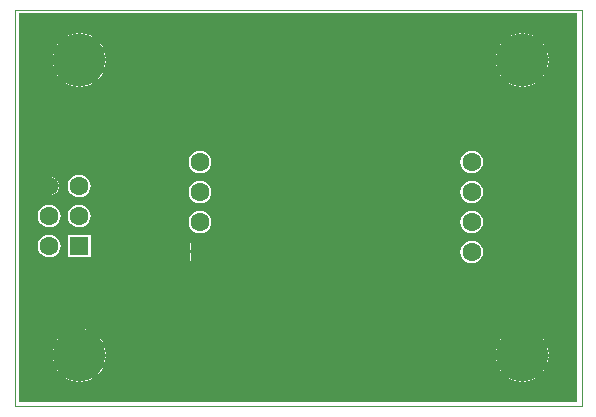
<source format=gbl>
G04*
G04 #@! TF.GenerationSoftware,Altium Limited,Altium Designer,19.1.9 (167)*
G04*
G04 Layer_Physical_Order=2*
G04 Layer_Color=16711680*
%FSLAX25Y25*%
%MOIN*%
G70*
G01*
G75*
%ADD12C,0.00394*%
%ADD18C,0.06299*%
%ADD19R,0.06299X0.06299*%
%ADD20C,0.17717*%
%ADD21C,0.02362*%
G36*
X166000Y-114000D02*
X-20000D01*
X-20000Y15500D01*
X166000Y15500D01*
X166000Y-114000D01*
D02*
G37*
%LPC*%
G36*
X148138Y8852D02*
Y500D01*
X156490D01*
X156368Y1736D01*
X155861Y3406D01*
X155039Y4945D01*
X153932Y6294D01*
X152583Y7401D01*
X151044Y8224D01*
X149374Y8730D01*
X148138Y8852D01*
D02*
G37*
G36*
X500D02*
Y500D01*
X8852D01*
X8730Y1736D01*
X8224Y3406D01*
X7401Y4945D01*
X6294Y6294D01*
X4945Y7401D01*
X3406Y8224D01*
X1736Y8730D01*
X500Y8852D01*
D02*
G37*
G36*
X147138Y8852D02*
X145901Y8730D01*
X144231Y8224D01*
X142693Y7401D01*
X141344Y6294D01*
X140237Y4945D01*
X139414Y3406D01*
X138908Y1736D01*
X138786Y500D01*
X147138D01*
Y8852D01*
D02*
G37*
G36*
X-500D02*
X-1736Y8730D01*
X-3406Y8224D01*
X-4945Y7401D01*
X-6294Y6294D01*
X-7401Y4945D01*
X-8224Y3406D01*
X-8730Y1736D01*
X-8852Y500D01*
X-500D01*
Y8852D01*
D02*
G37*
G36*
X156490Y-500D02*
X148138D01*
Y-8852D01*
X149374Y-8730D01*
X151044Y-8224D01*
X152583Y-7401D01*
X153932Y-6294D01*
X155039Y-4945D01*
X155861Y-3406D01*
X156368Y-1736D01*
X156490Y-500D01*
D02*
G37*
G36*
X8852D02*
X500D01*
Y-8852D01*
X1736Y-8730D01*
X3406Y-8224D01*
X4945Y-7401D01*
X6294Y-6294D01*
X7401Y-4945D01*
X8224Y-3406D01*
X8730Y-1736D01*
X8852Y-500D01*
D02*
G37*
G36*
X147138D02*
X138786D01*
X138908Y-1736D01*
X139414Y-3406D01*
X140237Y-4945D01*
X141344Y-6294D01*
X142693Y-7401D01*
X144231Y-8224D01*
X145901Y-8730D01*
X147138Y-8852D01*
Y-500D01*
D02*
G37*
G36*
X-500D02*
X-8852D01*
X-8730Y-1736D01*
X-8224Y-3406D01*
X-7401Y-4945D01*
X-6294Y-6294D01*
X-4945Y-7401D01*
X-3406Y-8224D01*
X-1736Y-8730D01*
X-500Y-8852D01*
Y-500D01*
D02*
G37*
G36*
X130776Y-30218D02*
X129797Y-30347D01*
X128885Y-30725D01*
X128101Y-31326D01*
X127500Y-32109D01*
X127122Y-33021D01*
X126994Y-34000D01*
X127122Y-34979D01*
X127500Y-35891D01*
X128101Y-36674D01*
X128885Y-37275D01*
X129797Y-37653D01*
X130776Y-37782D01*
X131754Y-37653D01*
X132667Y-37275D01*
X133450Y-36674D01*
X134051Y-35891D01*
X134429Y-34979D01*
X134557Y-34000D01*
X134429Y-33021D01*
X134051Y-32109D01*
X133450Y-31326D01*
X132667Y-30725D01*
X131754Y-30347D01*
X130776Y-30218D01*
D02*
G37*
G36*
X40200D02*
X39221Y-30347D01*
X38309Y-30725D01*
X37526Y-31326D01*
X36925Y-32109D01*
X36547Y-33021D01*
X36418Y-34000D01*
X36547Y-34979D01*
X36925Y-35891D01*
X37526Y-36674D01*
X38309Y-37275D01*
X39221Y-37653D01*
X40200Y-37782D01*
X41179Y-37653D01*
X42091Y-37275D01*
X42874Y-36674D01*
X43475Y-35891D01*
X43853Y-34979D01*
X43982Y-34000D01*
X43853Y-33021D01*
X43475Y-32109D01*
X42874Y-31326D01*
X42091Y-30725D01*
X41179Y-30347D01*
X40200Y-30218D01*
D02*
G37*
G36*
X-9500Y-38889D02*
Y-41500D01*
X-6889D01*
X-6932Y-41178D01*
X-7249Y-40412D01*
X-7754Y-39754D01*
X-8412Y-39249D01*
X-9178Y-38932D01*
X-9500Y-38889D01*
D02*
G37*
G36*
X-10500D02*
X-10822Y-38932D01*
X-11588Y-39249D01*
X-12246Y-39754D01*
X-12751Y-40412D01*
X-13069Y-41178D01*
X-13111Y-41500D01*
X-10500D01*
Y-38889D01*
D02*
G37*
G36*
X-6889Y-42500D02*
X-9500D01*
Y-45111D01*
X-9178Y-45068D01*
X-8412Y-44751D01*
X-7754Y-44246D01*
X-7249Y-43588D01*
X-6932Y-42822D01*
X-6889Y-42500D01*
D02*
G37*
G36*
X-10500D02*
X-13111D01*
X-13069Y-42822D01*
X-12751Y-43588D01*
X-12246Y-44246D01*
X-11588Y-44751D01*
X-10822Y-45068D01*
X-10500Y-45111D01*
Y-42500D01*
D02*
G37*
G36*
X0Y-38218D02*
X-979Y-38347D01*
X-1891Y-38725D01*
X-2674Y-39326D01*
X-3275Y-40109D01*
X-3653Y-41021D01*
X-3782Y-42000D01*
X-3653Y-42979D01*
X-3275Y-43891D01*
X-2674Y-44674D01*
X-1891Y-45275D01*
X-979Y-45653D01*
X0Y-45782D01*
X979Y-45653D01*
X1891Y-45275D01*
X2674Y-44674D01*
X3275Y-43891D01*
X3653Y-42979D01*
X3782Y-42000D01*
X3653Y-41021D01*
X3275Y-40109D01*
X2674Y-39326D01*
X1891Y-38725D01*
X979Y-38347D01*
X0Y-38218D01*
D02*
G37*
G36*
X130776Y-40218D02*
X129797Y-40347D01*
X128885Y-40725D01*
X128101Y-41326D01*
X127500Y-42109D01*
X127122Y-43021D01*
X126994Y-44000D01*
X127122Y-44979D01*
X127500Y-45891D01*
X128101Y-46674D01*
X128885Y-47275D01*
X129797Y-47653D01*
X130776Y-47782D01*
X131754Y-47653D01*
X132667Y-47275D01*
X133450Y-46674D01*
X134051Y-45891D01*
X134429Y-44979D01*
X134557Y-44000D01*
X134429Y-43021D01*
X134051Y-42109D01*
X133450Y-41326D01*
X132667Y-40725D01*
X131754Y-40347D01*
X130776Y-40218D01*
D02*
G37*
G36*
X40200D02*
X39221Y-40347D01*
X38309Y-40725D01*
X37526Y-41326D01*
X36925Y-42109D01*
X36547Y-43021D01*
X36418Y-44000D01*
X36547Y-44979D01*
X36925Y-45891D01*
X37526Y-46674D01*
X38309Y-47275D01*
X39221Y-47653D01*
X40200Y-47782D01*
X41179Y-47653D01*
X42091Y-47275D01*
X42874Y-46674D01*
X43475Y-45891D01*
X43853Y-44979D01*
X43982Y-44000D01*
X43853Y-43021D01*
X43475Y-42109D01*
X42874Y-41326D01*
X42091Y-40725D01*
X41179Y-40347D01*
X40200Y-40218D01*
D02*
G37*
G36*
X0Y-48218D02*
X-979Y-48347D01*
X-1891Y-48725D01*
X-2674Y-49326D01*
X-3275Y-50109D01*
X-3653Y-51021D01*
X-3782Y-52000D01*
X-3653Y-52979D01*
X-3275Y-53891D01*
X-2674Y-54674D01*
X-1891Y-55275D01*
X-979Y-55653D01*
X0Y-55782D01*
X979Y-55653D01*
X1891Y-55275D01*
X2674Y-54674D01*
X3275Y-53891D01*
X3653Y-52979D01*
X3782Y-52000D01*
X3653Y-51021D01*
X3275Y-50109D01*
X2674Y-49326D01*
X1891Y-48725D01*
X979Y-48347D01*
X0Y-48218D01*
D02*
G37*
G36*
X-10000D02*
X-10979Y-48347D01*
X-11891Y-48725D01*
X-12674Y-49326D01*
X-13275Y-50109D01*
X-13653Y-51021D01*
X-13782Y-52000D01*
X-13653Y-52979D01*
X-13275Y-53891D01*
X-12674Y-54674D01*
X-11891Y-55275D01*
X-10979Y-55653D01*
X-10000Y-55782D01*
X-9021Y-55653D01*
X-8109Y-55275D01*
X-7326Y-54674D01*
X-6725Y-53891D01*
X-6347Y-52979D01*
X-6218Y-52000D01*
X-6347Y-51021D01*
X-6725Y-50109D01*
X-7326Y-49326D01*
X-8109Y-48725D01*
X-9021Y-48347D01*
X-10000Y-48218D01*
D02*
G37*
G36*
X130776Y-50218D02*
X129797Y-50347D01*
X128885Y-50725D01*
X128101Y-51326D01*
X127500Y-52109D01*
X127122Y-53021D01*
X126994Y-54000D01*
X127122Y-54979D01*
X127500Y-55891D01*
X128101Y-56674D01*
X128885Y-57275D01*
X129797Y-57653D01*
X130776Y-57782D01*
X131754Y-57653D01*
X132667Y-57275D01*
X133450Y-56674D01*
X134051Y-55891D01*
X134429Y-54979D01*
X134557Y-54000D01*
X134429Y-53021D01*
X134051Y-52109D01*
X133450Y-51326D01*
X132667Y-50725D01*
X131754Y-50347D01*
X130776Y-50218D01*
D02*
G37*
G36*
X40200D02*
X39221Y-50347D01*
X38309Y-50725D01*
X37526Y-51326D01*
X36925Y-52109D01*
X36547Y-53021D01*
X36418Y-54000D01*
X36547Y-54979D01*
X36925Y-55891D01*
X37526Y-56674D01*
X38309Y-57275D01*
X39221Y-57653D01*
X40200Y-57782D01*
X41179Y-57653D01*
X42091Y-57275D01*
X42874Y-56674D01*
X43475Y-55891D01*
X43853Y-54979D01*
X43982Y-54000D01*
X43853Y-53021D01*
X43475Y-52109D01*
X42874Y-51326D01*
X42091Y-50725D01*
X41179Y-50347D01*
X40200Y-50218D01*
D02*
G37*
G36*
X43350Y-60850D02*
X40700D01*
Y-63500D01*
X43350D01*
Y-60850D01*
D02*
G37*
G36*
X39700D02*
X37050D01*
Y-63500D01*
X39700D01*
Y-60850D01*
D02*
G37*
G36*
X3750Y-58250D02*
X-3750D01*
Y-65750D01*
X3750D01*
Y-58250D01*
D02*
G37*
G36*
X-10000Y-58218D02*
X-10979Y-58347D01*
X-11891Y-58725D01*
X-12674Y-59326D01*
X-13275Y-60109D01*
X-13653Y-61021D01*
X-13782Y-62000D01*
X-13653Y-62979D01*
X-13275Y-63891D01*
X-12674Y-64674D01*
X-11891Y-65275D01*
X-10979Y-65653D01*
X-10000Y-65782D01*
X-9021Y-65653D01*
X-8109Y-65275D01*
X-7326Y-64674D01*
X-6725Y-63891D01*
X-6347Y-62979D01*
X-6218Y-62000D01*
X-6347Y-61021D01*
X-6725Y-60109D01*
X-7326Y-59326D01*
X-8109Y-58725D01*
X-9021Y-58347D01*
X-10000Y-58218D01*
D02*
G37*
G36*
X43350Y-64500D02*
X40700D01*
Y-67150D01*
X43350D01*
Y-64500D01*
D02*
G37*
G36*
X39700D02*
X37050D01*
Y-67150D01*
X39700D01*
Y-64500D01*
D02*
G37*
G36*
X130776Y-60218D02*
X129797Y-60347D01*
X128885Y-60725D01*
X128101Y-61326D01*
X127500Y-62109D01*
X127122Y-63021D01*
X126994Y-64000D01*
X127122Y-64979D01*
X127500Y-65891D01*
X128101Y-66674D01*
X128885Y-67275D01*
X129797Y-67653D01*
X130776Y-67782D01*
X131754Y-67653D01*
X132667Y-67275D01*
X133450Y-66674D01*
X134051Y-65891D01*
X134429Y-64979D01*
X134557Y-64000D01*
X134429Y-63021D01*
X134051Y-62109D01*
X133450Y-61326D01*
X132667Y-60725D01*
X131754Y-60347D01*
X130776Y-60218D01*
D02*
G37*
G36*
X500Y-89573D02*
Y-97925D01*
X8852D01*
X8730Y-96689D01*
X8224Y-95019D01*
X7401Y-93480D01*
X6294Y-92131D01*
X4945Y-91024D01*
X3406Y-90202D01*
X1736Y-89695D01*
X500Y-89573D01*
D02*
G37*
G36*
X148138D02*
Y-97925D01*
X156490D01*
X156368Y-96689D01*
X155861Y-95019D01*
X155039Y-93480D01*
X153932Y-92131D01*
X152583Y-91024D01*
X151044Y-90202D01*
X149374Y-89695D01*
X148138Y-89573D01*
D02*
G37*
G36*
X-500Y-89573D02*
X-1736Y-89695D01*
X-3406Y-90202D01*
X-4945Y-91024D01*
X-6294Y-92131D01*
X-7401Y-93480D01*
X-8224Y-95019D01*
X-8730Y-96689D01*
X-8852Y-97925D01*
X-500D01*
Y-89573D01*
D02*
G37*
G36*
X147138D02*
X145901Y-89695D01*
X144231Y-90202D01*
X142693Y-91024D01*
X141344Y-92131D01*
X140237Y-93480D01*
X139414Y-95019D01*
X138908Y-96689D01*
X138786Y-97925D01*
X147138D01*
Y-89573D01*
D02*
G37*
G36*
X156490Y-98925D02*
X148138D01*
Y-107277D01*
X149374Y-107155D01*
X151044Y-106649D01*
X152583Y-105826D01*
X153932Y-104719D01*
X155039Y-103370D01*
X155861Y-101831D01*
X156368Y-100162D01*
X156490Y-98925D01*
D02*
G37*
G36*
X8852D02*
X500D01*
Y-107277D01*
X1736Y-107155D01*
X3406Y-106649D01*
X4945Y-105826D01*
X6294Y-104719D01*
X7401Y-103370D01*
X8224Y-101831D01*
X8730Y-100162D01*
X8852Y-98925D01*
D02*
G37*
G36*
X147138D02*
X138786D01*
X138908Y-100162D01*
X139414Y-101831D01*
X140237Y-103370D01*
X141344Y-104719D01*
X142693Y-105826D01*
X144231Y-106649D01*
X145901Y-107155D01*
X147138Y-107277D01*
Y-98925D01*
D02*
G37*
G36*
X-500D02*
X-8852D01*
X-8730Y-100162D01*
X-8224Y-101831D01*
X-7401Y-103370D01*
X-6294Y-104719D01*
X-4945Y-105826D01*
X-3406Y-106649D01*
X-1736Y-107155D01*
X-500Y-107277D01*
Y-98925D01*
D02*
G37*
%LPD*%
D12*
X-21500Y-115500D02*
Y16500D01*
Y-115500D02*
X167500D01*
Y16500D01*
X-21500D02*
X167500D01*
D18*
X130776Y-64000D02*
D03*
Y-54000D02*
D03*
Y-44000D02*
D03*
Y-34000D02*
D03*
X40200Y-54000D02*
D03*
Y-44000D02*
D03*
Y-34000D02*
D03*
X0Y-52000D02*
D03*
Y-42000D02*
D03*
X-10000Y-62000D02*
D03*
Y-52000D02*
D03*
Y-42000D02*
D03*
D19*
X40200Y-64000D02*
D03*
X0Y-62000D02*
D03*
D20*
X147638Y0D02*
D03*
Y-98425D02*
D03*
X0D02*
D03*
Y0D02*
D03*
D21*
X162000D02*
D03*
X-15500Y500D02*
D03*
X11500Y-58500D02*
D03*
X30500Y-55000D02*
D03*
X-7000Y-27500D02*
D03*
X20500Y-55000D02*
D03*
X48000D02*
D03*
X158000Y-110000D02*
D03*
Y-27500D02*
D03*
Y-55000D02*
D03*
Y-82500D02*
D03*
X130500Y-27500D02*
D03*
X-7000Y-110000D02*
D03*
Y-82500D02*
D03*
X20500D02*
D03*
Y-110000D02*
D03*
X48000D02*
D03*
Y-82500D02*
D03*
X130500Y-110000D02*
D03*
Y-82500D02*
D03*
X103000Y-110000D02*
D03*
X75500D02*
D03*
X103000Y-82500D02*
D03*
Y-55000D02*
D03*
Y-27500D02*
D03*
X75500Y-82500D02*
D03*
Y-55000D02*
D03*
Y-27500D02*
D03*
X130500Y0D02*
D03*
X103000D02*
D03*
X75500D02*
D03*
X48000D02*
D03*
X20500D02*
D03*
X39000Y-23500D02*
D03*
X44500Y-30000D02*
D03*
X45500Y-34000D02*
D03*
X49000Y-27500D02*
D03*
X45500Y-44500D02*
D03*
X50500Y-39000D02*
D03*
Y-33500D02*
D03*
X44500Y-23500D02*
D03*
X33500D02*
D03*
X27000D02*
D03*
X21000D02*
D03*
X12000Y-27000D02*
D03*
X7000Y-32000D02*
D03*
X2000Y-37000D02*
D03*
X5500Y-55000D02*
D03*
X11500Y-51000D02*
D03*
X21500Y-42500D02*
D03*
X26500Y-37500D02*
D03*
X33500Y-36500D02*
D03*
X2500Y-46500D02*
D03*
X-3000Y-47000D02*
D03*
X6500Y-49000D02*
D03*
X11500Y-44000D02*
D03*
X17500Y-39500D02*
D03*
X21500Y-35500D02*
D03*
X24000Y-31500D02*
D03*
X33500Y-30000D02*
D03*
X28500D02*
D03*
X21500Y-28500D02*
D03*
X15500Y-31000D02*
D03*
X10500Y-36000D02*
D03*
X5500Y-41000D02*
D03*
X40000Y-28500D02*
D03*
Y-39000D02*
D03*
X44500Y-38000D02*
D03*
M02*

</source>
